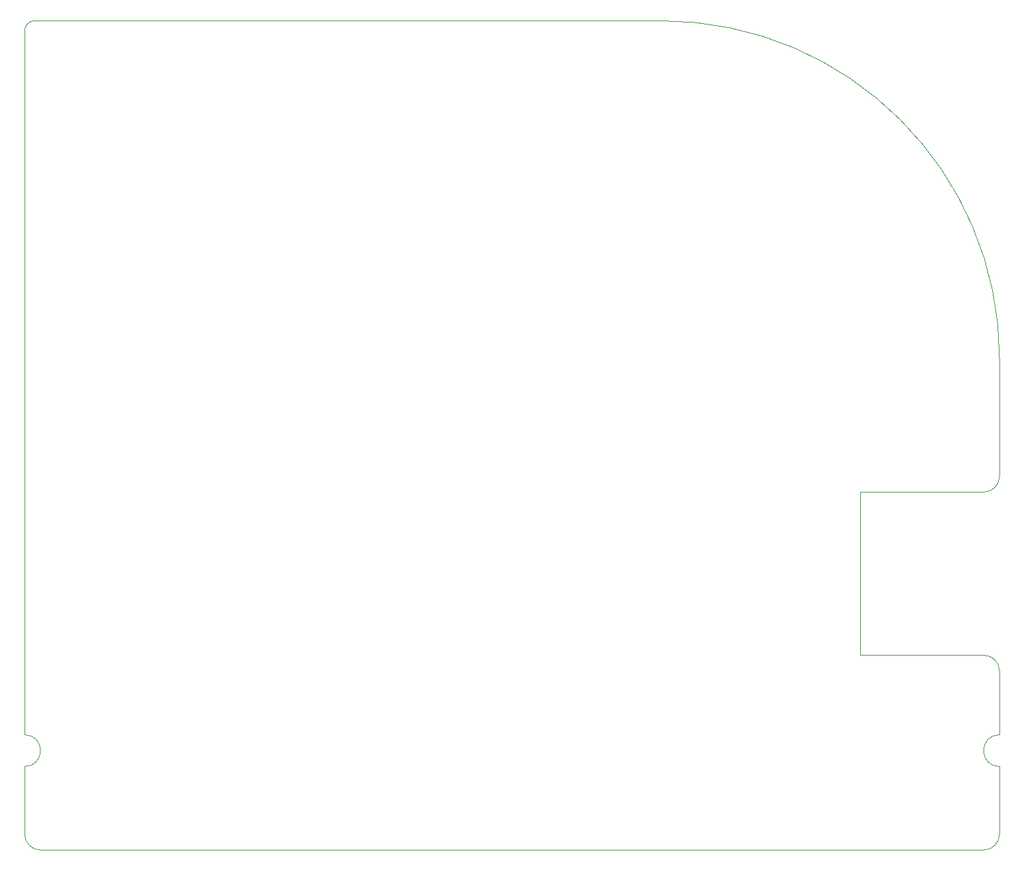
<source format=gbr>
%TF.GenerationSoftware,KiCad,Pcbnew,(5.1.6)-1*%
%TF.CreationDate,2022-03-14T17:12:03-05:00*%
%TF.ProjectId,2022 Multimedia Rev1,32303232-204d-4756-9c74-696d65646961,rev?*%
%TF.SameCoordinates,Original*%
%TF.FileFunction,Profile,NP*%
%FSLAX46Y46*%
G04 Gerber Fmt 4.6, Leading zero omitted, Abs format (unit mm)*
G04 Created by KiCad (PCBNEW (5.1.6)-1) date 2022-03-14 17:12:03*
%MOMM*%
%LPD*%
G01*
G04 APERTURE LIST*
%TA.AperFunction,Profile*%
%ADD10C,0.050000*%
%TD*%
G04 APERTURE END LIST*
D10*
X236728000Y-75946000D02*
X236728000Y-90932000D01*
X176530000Y-32766000D02*
X193548000Y-32766000D01*
X193548000Y-32766000D02*
G75*
G02*
X236728000Y-75946000I0J-43180000D01*
G01*
X112268000Y-34036000D02*
G75*
G02*
X113538000Y-32766000I1270000J0D01*
G01*
X112268000Y-52324000D02*
X112268000Y-34036000D01*
X176530000Y-32766000D02*
X113538000Y-32766000D01*
X112268000Y-52324000D02*
X112268000Y-54610000D01*
X112268000Y-123952000D02*
G75*
G02*
X112268000Y-128016000I0J-2032000D01*
G01*
X114300000Y-138684000D02*
G75*
G02*
X112268000Y-136652000I0J2032000D01*
G01*
X236728000Y-136652000D02*
G75*
G02*
X234696000Y-138684000I-2032000J0D01*
G01*
X236728000Y-128016000D02*
G75*
G02*
X236728000Y-123952000I0J2032000D01*
G01*
X234696000Y-113792000D02*
G75*
G02*
X236728000Y-115824000I0J-2032000D01*
G01*
X236728000Y-90932000D02*
G75*
G02*
X234696000Y-92964000I-2032000J0D01*
G01*
X218948000Y-92964000D02*
X234696000Y-92964000D01*
X218948000Y-113792000D02*
X218948000Y-92964000D01*
X234696000Y-113792000D02*
X218948000Y-113792000D01*
X236728000Y-123952000D02*
X236728000Y-115824000D01*
X236728000Y-136652000D02*
X236728000Y-128016000D01*
X112268000Y-123952000D02*
X112268000Y-54610000D01*
X112268000Y-136652000D02*
X112268000Y-128016000D01*
X234696000Y-138684000D02*
X114300000Y-138684000D01*
M02*

</source>
